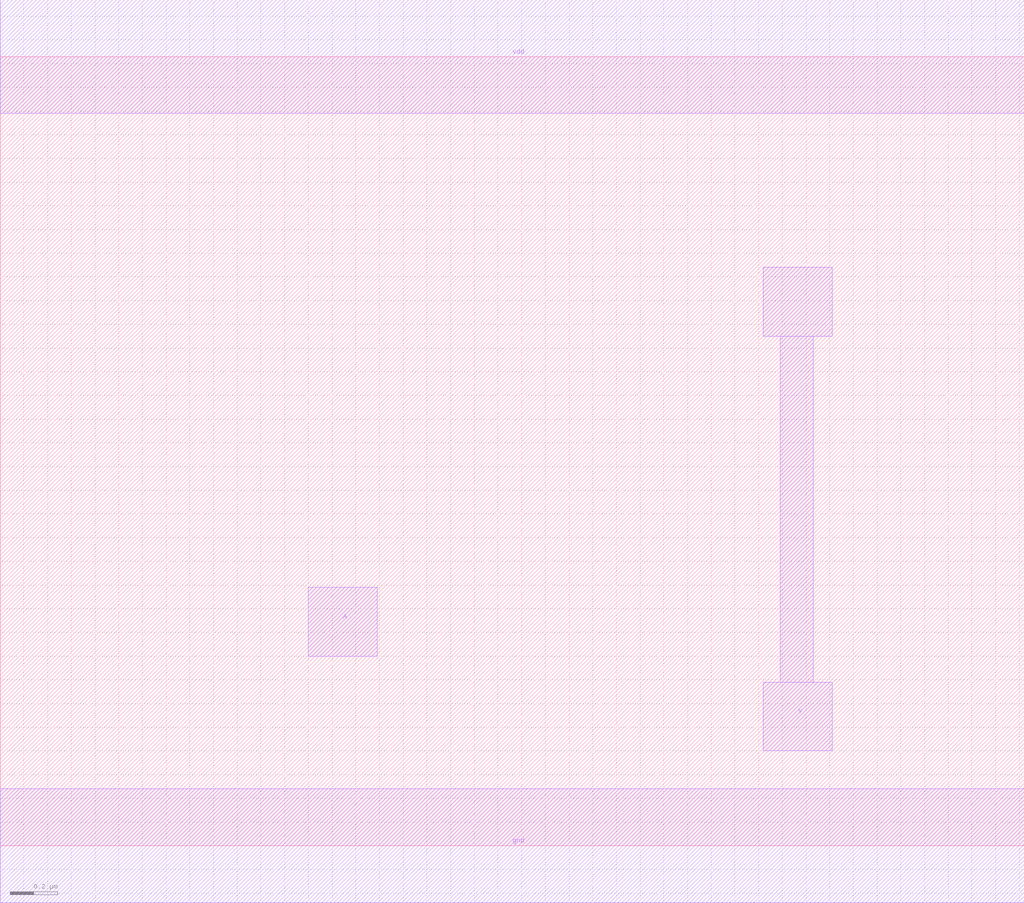
<source format=lef>
VERSION 5.7 ;
  NOWIREEXTENSIONATPIN ON ;
  DIVIDERCHAR "/" ;
  BUSBITCHARS "[]" ;
MACRO BUFX2
  CLASS CORE ;
  FOREIGN BUFX2 ;
  ORIGIN 0.000 0.000 ;
  SIZE 4.320 BY 3.330 ;
  SYMMETRY X Y R90 ;
  SITE unithd ;
  PIN vdd
    DIRECTION INOUT ;
    USE POWER ;
    SHAPE ABUTMENT ;
    PORT
      LAYER met1 ;
        RECT 0.000 3.090 4.320 3.570 ;
    END
  END vdd
  PIN gnd
    DIRECTION INOUT ;
    USE GROUND ;
    SHAPE ABUTMENT ;
    PORT
      LAYER met1 ;
        RECT 0.000 -0.240 4.320 0.240 ;
    END
  END gnd
  PIN Y
    DIRECTION INOUT ;
    USE SIGNAL ;
    SHAPE ABUTMENT ;
    PORT
      LAYER met1 ;
        RECT 3.220 2.150 3.510 2.440 ;
        RECT 3.290 0.690 3.430 2.150 ;
        RECT 3.220 0.400 3.510 0.690 ;
    END
  END Y
  PIN A
    DIRECTION INOUT ;
    USE SIGNAL ;
    SHAPE ABUTMENT ;
    PORT
      LAYER met1 ;
        RECT 1.300 0.800 1.590 1.090 ;
    END
  END A
END BUFX2
END LIBRARY


</source>
